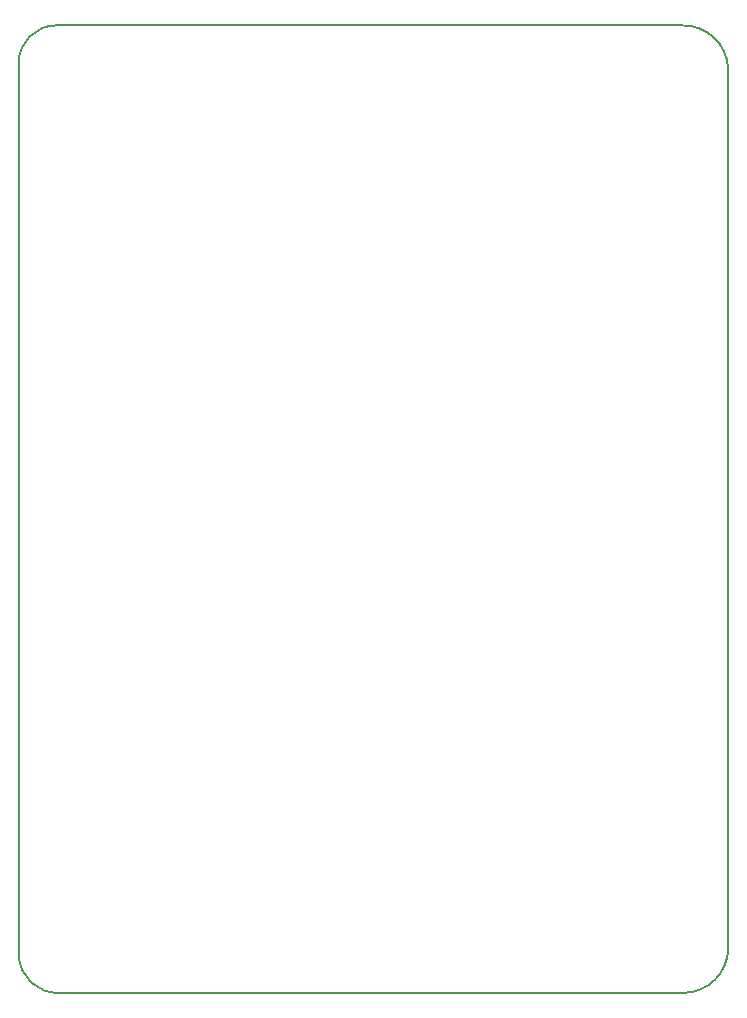
<source format=gbr>
G04 #@! TF.FileFunction,Profile,NP*
%FSLAX46Y46*%
G04 Gerber Fmt 4.6, Leading zero omitted, Abs format (unit mm)*
G04 Created by KiCad (PCBNEW 4.0.6) date Sunday, 27 August 2017 'AMt' 10:58:58*
%MOMM*%
%LPD*%
G01*
G04 APERTURE LIST*
%ADD10C,0.100000*%
%ADD11C,0.150000*%
G04 APERTURE END LIST*
D10*
D11*
X127254000Y-106045000D02*
X127254000Y-30480000D01*
X187325000Y-30988000D02*
X187325000Y-105410000D01*
X183388000Y-27305000D02*
X130429000Y-27305000D01*
X183515000Y-109220000D02*
X130683000Y-109220000D01*
X130429000Y-27305000D02*
G75*
G03X127254000Y-30480000I0J-3175000D01*
G01*
X187325000Y-30988000D02*
G75*
G03X183388000Y-27305000I-3810000J-127000D01*
G01*
X183515000Y-109220000D02*
G75*
G03X187325000Y-105410000I0J3810000D01*
G01*
X127254000Y-106045000D02*
G75*
G03X130683000Y-109220000I3302000J127000D01*
G01*
M02*

</source>
